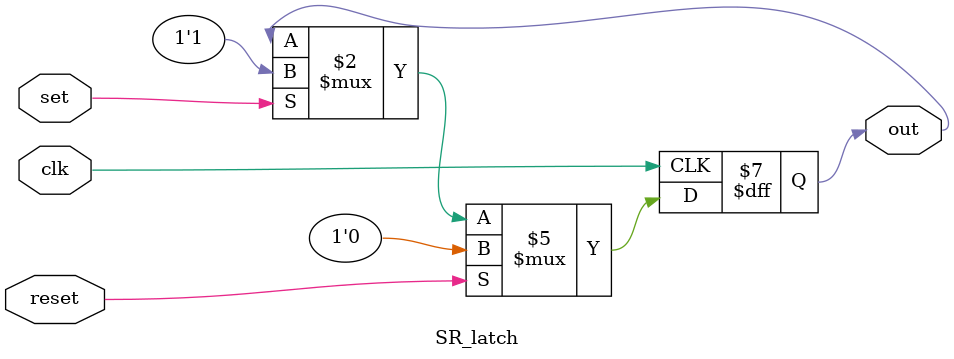
<source format=v>
module SR_latch(
    input clk,
    input set,
    input reset,
    output reg out
    );
    
    always @(posedge clk) begin
        if(reset) begin
            out <= 0;
        end
            else begin
                if(set) begin
                    out <= 1;
                end
            end
    end                     
endmodule

</source>
